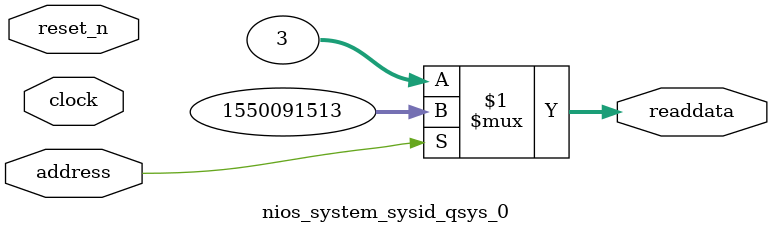
<source format=v>



// synthesis translate_off
`timescale 1ns / 1ps
// synthesis translate_on

// turn off superfluous verilog processor warnings 
// altera message_level Level1 
// altera message_off 10034 10035 10036 10037 10230 10240 10030 

module nios_system_sysid_qsys_0 (
               // inputs:
                address,
                clock,
                reset_n,

               // outputs:
                readdata
             )
;

  output  [ 31: 0] readdata;
  input            address;
  input            clock;
  input            reset_n;

  wire    [ 31: 0] readdata;
  //control_slave, which is an e_avalon_slave
  assign readdata = address ? 1550091513 : 3;

endmodule



</source>
